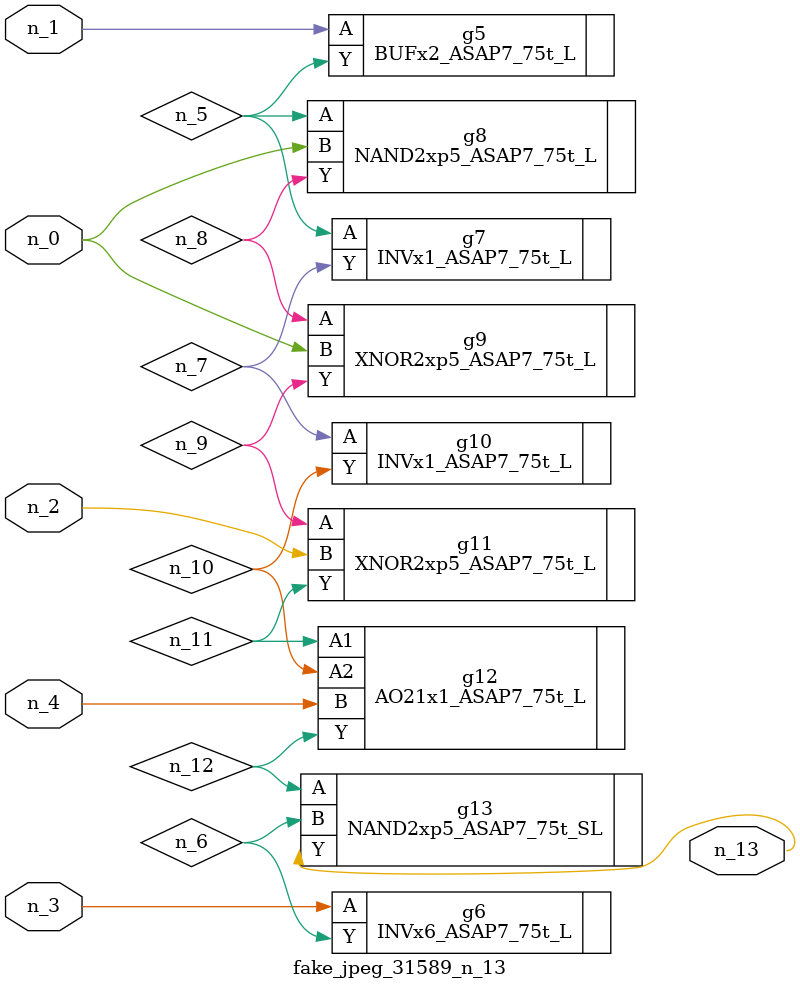
<source format=v>
module fake_jpeg_31589_n_13 (n_3, n_2, n_1, n_0, n_4, n_13);

input n_3;
input n_2;
input n_1;
input n_0;
input n_4;

output n_13;

wire n_11;
wire n_10;
wire n_12;
wire n_8;
wire n_9;
wire n_6;
wire n_5;
wire n_7;

BUFx2_ASAP7_75t_L g5 ( 
.A(n_1),
.Y(n_5)
);

INVx6_ASAP7_75t_L g6 ( 
.A(n_3),
.Y(n_6)
);

INVx1_ASAP7_75t_L g7 ( 
.A(n_5),
.Y(n_7)
);

INVx1_ASAP7_75t_L g10 ( 
.A(n_7),
.Y(n_10)
);

NAND2xp5_ASAP7_75t_L g8 ( 
.A(n_5),
.B(n_0),
.Y(n_8)
);

XNOR2xp5_ASAP7_75t_L g9 ( 
.A(n_8),
.B(n_0),
.Y(n_9)
);

XNOR2xp5_ASAP7_75t_L g11 ( 
.A(n_9),
.B(n_2),
.Y(n_11)
);

AO21x1_ASAP7_75t_L g12 ( 
.A1(n_11),
.A2(n_10),
.B(n_4),
.Y(n_12)
);

NAND2xp5_ASAP7_75t_SL g13 ( 
.A(n_12),
.B(n_6),
.Y(n_13)
);


endmodule
</source>
